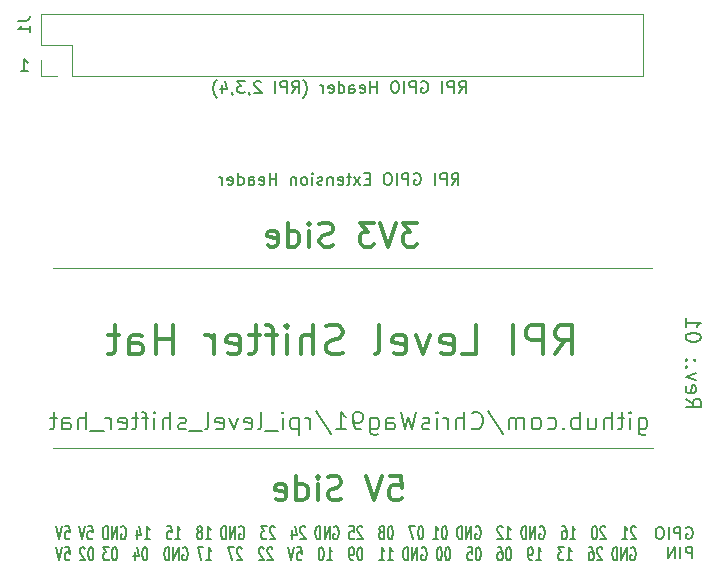
<source format=gbr>
G04 #@! TF.GenerationSoftware,KiCad,Pcbnew,5.1.6*
G04 #@! TF.CreationDate,2020-05-21T19:24:45+02:00*
G04 #@! TF.ProjectId,F010_rpi_logic_level_shifter_hat,46303130-5f72-4706-995f-6c6f6769635f,rev?*
G04 #@! TF.SameCoordinates,PXa52d280PY2b953a0*
G04 #@! TF.FileFunction,Legend,Bot*
G04 #@! TF.FilePolarity,Positive*
%FSLAX46Y46*%
G04 Gerber Fmt 4.6, Leading zero omitted, Abs format (unit mm)*
G04 Created by KiCad (PCBNEW 5.1.6) date 2020-05-21 19:24:45*
%MOMM*%
%LPD*%
G01*
G04 APERTURE LIST*
%ADD10C,0.150000*%
%ADD11C,0.300000*%
%ADD12C,0.120000*%
G04 APERTURE END LIST*
D10*
X-19155953Y-4602380D02*
X-18822620Y-4126190D01*
X-18584524Y-4602380D02*
X-18584524Y-3602380D01*
X-18965477Y-3602380D01*
X-19060715Y-3650000D01*
X-19108334Y-3697619D01*
X-19155953Y-3792857D01*
X-19155953Y-3935714D01*
X-19108334Y-4030952D01*
X-19060715Y-4078571D01*
X-18965477Y-4126190D01*
X-18584524Y-4126190D01*
X-19584524Y-4602380D02*
X-19584524Y-3602380D01*
X-19965477Y-3602380D01*
X-20060715Y-3650000D01*
X-20108334Y-3697619D01*
X-20155953Y-3792857D01*
X-20155953Y-3935714D01*
X-20108334Y-4030952D01*
X-20060715Y-4078571D01*
X-19965477Y-4126190D01*
X-19584524Y-4126190D01*
X-20584524Y-4602380D02*
X-20584524Y-3602380D01*
X-22346429Y-3650000D02*
X-22251191Y-3602380D01*
X-22108334Y-3602380D01*
X-21965477Y-3650000D01*
X-21870239Y-3745238D01*
X-21822620Y-3840476D01*
X-21775000Y-4030952D01*
X-21775000Y-4173809D01*
X-21822620Y-4364285D01*
X-21870239Y-4459523D01*
X-21965477Y-4554761D01*
X-22108334Y-4602380D01*
X-22203572Y-4602380D01*
X-22346429Y-4554761D01*
X-22394048Y-4507142D01*
X-22394048Y-4173809D01*
X-22203572Y-4173809D01*
X-22822620Y-4602380D02*
X-22822620Y-3602380D01*
X-23203572Y-3602380D01*
X-23298810Y-3650000D01*
X-23346429Y-3697619D01*
X-23394048Y-3792857D01*
X-23394048Y-3935714D01*
X-23346429Y-4030952D01*
X-23298810Y-4078571D01*
X-23203572Y-4126190D01*
X-22822620Y-4126190D01*
X-23822620Y-4602380D02*
X-23822620Y-3602380D01*
X-24489286Y-3602380D02*
X-24679762Y-3602380D01*
X-24775000Y-3650000D01*
X-24870239Y-3745238D01*
X-24917858Y-3935714D01*
X-24917858Y-4269047D01*
X-24870239Y-4459523D01*
X-24775000Y-4554761D01*
X-24679762Y-4602380D01*
X-24489286Y-4602380D01*
X-24394048Y-4554761D01*
X-24298810Y-4459523D01*
X-24251191Y-4269047D01*
X-24251191Y-3935714D01*
X-24298810Y-3745238D01*
X-24394048Y-3650000D01*
X-24489286Y-3602380D01*
X-26108334Y-4602380D02*
X-26108334Y-3602380D01*
X-26108334Y-4078571D02*
X-26679762Y-4078571D01*
X-26679762Y-4602380D02*
X-26679762Y-3602380D01*
X-27536905Y-4554761D02*
X-27441667Y-4602380D01*
X-27251191Y-4602380D01*
X-27155953Y-4554761D01*
X-27108334Y-4459523D01*
X-27108334Y-4078571D01*
X-27155953Y-3983333D01*
X-27251191Y-3935714D01*
X-27441667Y-3935714D01*
X-27536905Y-3983333D01*
X-27584524Y-4078571D01*
X-27584524Y-4173809D01*
X-27108334Y-4269047D01*
X-28441667Y-4602380D02*
X-28441667Y-4078571D01*
X-28394048Y-3983333D01*
X-28298810Y-3935714D01*
X-28108334Y-3935714D01*
X-28013096Y-3983333D01*
X-28441667Y-4554761D02*
X-28346429Y-4602380D01*
X-28108334Y-4602380D01*
X-28013096Y-4554761D01*
X-27965477Y-4459523D01*
X-27965477Y-4364285D01*
X-28013096Y-4269047D01*
X-28108334Y-4221428D01*
X-28346429Y-4221428D01*
X-28441667Y-4173809D01*
X-29346429Y-4602380D02*
X-29346429Y-3602380D01*
X-29346429Y-4554761D02*
X-29251191Y-4602380D01*
X-29060715Y-4602380D01*
X-28965477Y-4554761D01*
X-28917858Y-4507142D01*
X-28870239Y-4411904D01*
X-28870239Y-4126190D01*
X-28917858Y-4030952D01*
X-28965477Y-3983333D01*
X-29060715Y-3935714D01*
X-29251191Y-3935714D01*
X-29346429Y-3983333D01*
X-30203572Y-4554761D02*
X-30108334Y-4602380D01*
X-29917858Y-4602380D01*
X-29822620Y-4554761D01*
X-29775000Y-4459523D01*
X-29775000Y-4078571D01*
X-29822620Y-3983333D01*
X-29917858Y-3935714D01*
X-30108334Y-3935714D01*
X-30203572Y-3983333D01*
X-30251191Y-4078571D01*
X-30251191Y-4173809D01*
X-29775000Y-4269047D01*
X-30679762Y-4602380D02*
X-30679762Y-3935714D01*
X-30679762Y-4126190D02*
X-30727381Y-4030952D01*
X-30775000Y-3983333D01*
X-30870239Y-3935714D01*
X-30965477Y-3935714D01*
X-32346429Y-4983333D02*
X-32298810Y-4935714D01*
X-32203572Y-4792857D01*
X-32155953Y-4697619D01*
X-32108334Y-4554761D01*
X-32060715Y-4316666D01*
X-32060715Y-4126190D01*
X-32108334Y-3888095D01*
X-32155953Y-3745238D01*
X-32203572Y-3650000D01*
X-32298810Y-3507142D01*
X-32346429Y-3459523D01*
X-33298810Y-4602380D02*
X-32965477Y-4126190D01*
X-32727381Y-4602380D02*
X-32727381Y-3602380D01*
X-33108334Y-3602380D01*
X-33203572Y-3650000D01*
X-33251191Y-3697619D01*
X-33298810Y-3792857D01*
X-33298810Y-3935714D01*
X-33251191Y-4030952D01*
X-33203572Y-4078571D01*
X-33108334Y-4126190D01*
X-32727381Y-4126190D01*
X-33727381Y-4602380D02*
X-33727381Y-3602380D01*
X-34108334Y-3602380D01*
X-34203572Y-3650000D01*
X-34251191Y-3697619D01*
X-34298810Y-3792857D01*
X-34298810Y-3935714D01*
X-34251191Y-4030952D01*
X-34203572Y-4078571D01*
X-34108334Y-4126190D01*
X-33727381Y-4126190D01*
X-34727381Y-4602380D02*
X-34727381Y-3602380D01*
X-35917858Y-3697619D02*
X-35965477Y-3650000D01*
X-36060715Y-3602380D01*
X-36298810Y-3602380D01*
X-36394048Y-3650000D01*
X-36441667Y-3697619D01*
X-36489286Y-3792857D01*
X-36489286Y-3888095D01*
X-36441667Y-4030952D01*
X-35870239Y-4602380D01*
X-36489286Y-4602380D01*
X-36965477Y-4554761D02*
X-36965477Y-4602380D01*
X-36917858Y-4697619D01*
X-36870239Y-4745238D01*
X-37298810Y-3602380D02*
X-37917858Y-3602380D01*
X-37584524Y-3983333D01*
X-37727381Y-3983333D01*
X-37822620Y-4030952D01*
X-37870239Y-4078571D01*
X-37917858Y-4173809D01*
X-37917858Y-4411904D01*
X-37870239Y-4507142D01*
X-37822620Y-4554761D01*
X-37727381Y-4602380D01*
X-37441667Y-4602380D01*
X-37346429Y-4554761D01*
X-37298810Y-4507142D01*
X-38394048Y-4554761D02*
X-38394048Y-4602380D01*
X-38346429Y-4697619D01*
X-38298810Y-4745238D01*
X-39251191Y-3935714D02*
X-39251191Y-4602380D01*
X-39013096Y-3554761D02*
X-38775000Y-4269047D01*
X-39394048Y-4269047D01*
X-39679762Y-4983333D02*
X-39727381Y-4935714D01*
X-39822620Y-4792857D01*
X-39870239Y-4697619D01*
X-39917858Y-4554761D01*
X-39965477Y-4316666D01*
X-39965477Y-4126190D01*
X-39917858Y-3888095D01*
X-39870239Y-3745238D01*
X-39822620Y-3650000D01*
X-39727381Y-3507142D01*
X-39679762Y-3459523D01*
X-3950000Y-32078571D02*
X-3950000Y-33292857D01*
X-3878572Y-33435714D01*
X-3807143Y-33507142D01*
X-3664286Y-33578571D01*
X-3450000Y-33578571D01*
X-3307143Y-33507142D01*
X-3950000Y-33007142D02*
X-3807143Y-33078571D01*
X-3521429Y-33078571D01*
X-3378572Y-33007142D01*
X-3307143Y-32935714D01*
X-3235715Y-32792857D01*
X-3235715Y-32364285D01*
X-3307143Y-32221428D01*
X-3378572Y-32150000D01*
X-3521429Y-32078571D01*
X-3807143Y-32078571D01*
X-3950000Y-32150000D01*
X-4664286Y-33078571D02*
X-4664286Y-32078571D01*
X-4664286Y-31578571D02*
X-4592858Y-31650000D01*
X-4664286Y-31721428D01*
X-4735715Y-31650000D01*
X-4664286Y-31578571D01*
X-4664286Y-31721428D01*
X-5164286Y-32078571D02*
X-5735715Y-32078571D01*
X-5378572Y-31578571D02*
X-5378572Y-32864285D01*
X-5450000Y-33007142D01*
X-5592858Y-33078571D01*
X-5735715Y-33078571D01*
X-6235715Y-33078571D02*
X-6235715Y-31578571D01*
X-6878572Y-33078571D02*
X-6878572Y-32292857D01*
X-6807143Y-32150000D01*
X-6664286Y-32078571D01*
X-6450000Y-32078571D01*
X-6307143Y-32150000D01*
X-6235715Y-32221428D01*
X-8235715Y-32078571D02*
X-8235715Y-33078571D01*
X-7592858Y-32078571D02*
X-7592858Y-32864285D01*
X-7664286Y-33007142D01*
X-7807143Y-33078571D01*
X-8021429Y-33078571D01*
X-8164286Y-33007142D01*
X-8235715Y-32935714D01*
X-8950000Y-33078571D02*
X-8950000Y-31578571D01*
X-8950000Y-32150000D02*
X-9092858Y-32078571D01*
X-9378572Y-32078571D01*
X-9521429Y-32150000D01*
X-9592858Y-32221428D01*
X-9664286Y-32364285D01*
X-9664286Y-32792857D01*
X-9592858Y-32935714D01*
X-9521429Y-33007142D01*
X-9378572Y-33078571D01*
X-9092858Y-33078571D01*
X-8950000Y-33007142D01*
X-10307143Y-32935714D02*
X-10378572Y-33007142D01*
X-10307143Y-33078571D01*
X-10235715Y-33007142D01*
X-10307143Y-32935714D01*
X-10307143Y-33078571D01*
X-11664286Y-33007142D02*
X-11521429Y-33078571D01*
X-11235715Y-33078571D01*
X-11092858Y-33007142D01*
X-11021429Y-32935714D01*
X-10950000Y-32792857D01*
X-10950000Y-32364285D01*
X-11021429Y-32221428D01*
X-11092858Y-32150000D01*
X-11235715Y-32078571D01*
X-11521429Y-32078571D01*
X-11664286Y-32150000D01*
X-12521429Y-33078571D02*
X-12378572Y-33007142D01*
X-12307143Y-32935714D01*
X-12235715Y-32792857D01*
X-12235715Y-32364285D01*
X-12307143Y-32221428D01*
X-12378572Y-32150000D01*
X-12521429Y-32078571D01*
X-12735715Y-32078571D01*
X-12878572Y-32150000D01*
X-12950000Y-32221428D01*
X-13021429Y-32364285D01*
X-13021429Y-32792857D01*
X-12950000Y-32935714D01*
X-12878572Y-33007142D01*
X-12735715Y-33078571D01*
X-12521429Y-33078571D01*
X-13664286Y-33078571D02*
X-13664286Y-32078571D01*
X-13664286Y-32221428D02*
X-13735715Y-32150000D01*
X-13878572Y-32078571D01*
X-14092858Y-32078571D01*
X-14235715Y-32150000D01*
X-14307143Y-32292857D01*
X-14307143Y-33078571D01*
X-14307143Y-32292857D02*
X-14378572Y-32150000D01*
X-14521429Y-32078571D01*
X-14735715Y-32078571D01*
X-14878572Y-32150000D01*
X-14950000Y-32292857D01*
X-14950000Y-33078571D01*
X-16735715Y-31507142D02*
X-15450000Y-33435714D01*
X-18092858Y-32935714D02*
X-18021429Y-33007142D01*
X-17807143Y-33078571D01*
X-17664286Y-33078571D01*
X-17450000Y-33007142D01*
X-17307143Y-32864285D01*
X-17235715Y-32721428D01*
X-17164286Y-32435714D01*
X-17164286Y-32221428D01*
X-17235715Y-31935714D01*
X-17307143Y-31792857D01*
X-17450000Y-31650000D01*
X-17664286Y-31578571D01*
X-17807143Y-31578571D01*
X-18021429Y-31650000D01*
X-18092858Y-31721428D01*
X-18735715Y-33078571D02*
X-18735715Y-31578571D01*
X-19378572Y-33078571D02*
X-19378572Y-32292857D01*
X-19307143Y-32150000D01*
X-19164286Y-32078571D01*
X-18950000Y-32078571D01*
X-18807143Y-32150000D01*
X-18735715Y-32221428D01*
X-20092858Y-33078571D02*
X-20092858Y-32078571D01*
X-20092858Y-32364285D02*
X-20164286Y-32221428D01*
X-20235715Y-32150000D01*
X-20378572Y-32078571D01*
X-20521429Y-32078571D01*
X-21021429Y-33078571D02*
X-21021429Y-32078571D01*
X-21021429Y-31578571D02*
X-20950000Y-31650000D01*
X-21021429Y-31721428D01*
X-21092858Y-31650000D01*
X-21021429Y-31578571D01*
X-21021429Y-31721428D01*
X-21664286Y-33007142D02*
X-21807143Y-33078571D01*
X-22092858Y-33078571D01*
X-22235715Y-33007142D01*
X-22307143Y-32864285D01*
X-22307143Y-32792857D01*
X-22235715Y-32650000D01*
X-22092858Y-32578571D01*
X-21878572Y-32578571D01*
X-21735715Y-32507142D01*
X-21664286Y-32364285D01*
X-21664286Y-32292857D01*
X-21735715Y-32150000D01*
X-21878572Y-32078571D01*
X-22092858Y-32078571D01*
X-22235715Y-32150000D01*
X-22807143Y-31578571D02*
X-23164286Y-33078571D01*
X-23450000Y-32007142D01*
X-23735715Y-33078571D01*
X-24092858Y-31578571D01*
X-25307143Y-33078571D02*
X-25307143Y-32292857D01*
X-25235715Y-32150000D01*
X-25092858Y-32078571D01*
X-24807143Y-32078571D01*
X-24664286Y-32150000D01*
X-25307143Y-33007142D02*
X-25164286Y-33078571D01*
X-24807143Y-33078571D01*
X-24664286Y-33007142D01*
X-24592858Y-32864285D01*
X-24592858Y-32721428D01*
X-24664286Y-32578571D01*
X-24807143Y-32507142D01*
X-25164286Y-32507142D01*
X-25307143Y-32435714D01*
X-26664286Y-32078571D02*
X-26664286Y-33292857D01*
X-26592858Y-33435714D01*
X-26521429Y-33507142D01*
X-26378572Y-33578571D01*
X-26164286Y-33578571D01*
X-26021429Y-33507142D01*
X-26664286Y-33007142D02*
X-26521429Y-33078571D01*
X-26235715Y-33078571D01*
X-26092858Y-33007142D01*
X-26021429Y-32935714D01*
X-25950000Y-32792857D01*
X-25950000Y-32364285D01*
X-26021429Y-32221428D01*
X-26092858Y-32150000D01*
X-26235715Y-32078571D01*
X-26521429Y-32078571D01*
X-26664286Y-32150000D01*
X-27450000Y-33078571D02*
X-27735715Y-33078571D01*
X-27878572Y-33007142D01*
X-27950000Y-32935714D01*
X-28092858Y-32721428D01*
X-28164286Y-32435714D01*
X-28164286Y-31864285D01*
X-28092858Y-31721428D01*
X-28021429Y-31650000D01*
X-27878572Y-31578571D01*
X-27592858Y-31578571D01*
X-27450000Y-31650000D01*
X-27378572Y-31721428D01*
X-27307143Y-31864285D01*
X-27307143Y-32221428D01*
X-27378572Y-32364285D01*
X-27450000Y-32435714D01*
X-27592858Y-32507142D01*
X-27878572Y-32507142D01*
X-28021429Y-32435714D01*
X-28092858Y-32364285D01*
X-28164286Y-32221428D01*
X-29592858Y-33078571D02*
X-28735715Y-33078571D01*
X-29164286Y-33078571D02*
X-29164286Y-31578571D01*
X-29021429Y-31792857D01*
X-28878572Y-31935714D01*
X-28735715Y-32007142D01*
X-31307143Y-31507142D02*
X-30021429Y-33435714D01*
X-31807143Y-33078571D02*
X-31807143Y-32078571D01*
X-31807143Y-32364285D02*
X-31878572Y-32221428D01*
X-31950000Y-32150000D01*
X-32092858Y-32078571D01*
X-32235715Y-32078571D01*
X-32735715Y-32078571D02*
X-32735715Y-33578571D01*
X-32735715Y-32150000D02*
X-32878572Y-32078571D01*
X-33164286Y-32078571D01*
X-33307143Y-32150000D01*
X-33378572Y-32221428D01*
X-33450000Y-32364285D01*
X-33450000Y-32792857D01*
X-33378572Y-32935714D01*
X-33307143Y-33007142D01*
X-33164286Y-33078571D01*
X-32878572Y-33078571D01*
X-32735715Y-33007142D01*
X-34092858Y-33078571D02*
X-34092858Y-32078571D01*
X-34092858Y-31578571D02*
X-34021429Y-31650000D01*
X-34092858Y-31721428D01*
X-34164286Y-31650000D01*
X-34092858Y-31578571D01*
X-34092858Y-31721428D01*
X-34450000Y-33221428D02*
X-35592858Y-33221428D01*
X-36164286Y-33078571D02*
X-36021429Y-33007142D01*
X-35950000Y-32864285D01*
X-35950000Y-31578571D01*
X-37307143Y-33007142D02*
X-37164286Y-33078571D01*
X-36878572Y-33078571D01*
X-36735715Y-33007142D01*
X-36664286Y-32864285D01*
X-36664286Y-32292857D01*
X-36735715Y-32150000D01*
X-36878572Y-32078571D01*
X-37164286Y-32078571D01*
X-37307143Y-32150000D01*
X-37378572Y-32292857D01*
X-37378572Y-32435714D01*
X-36664286Y-32578571D01*
X-37878572Y-32078571D02*
X-38235715Y-33078571D01*
X-38592858Y-32078571D01*
X-39735715Y-33007142D02*
X-39592858Y-33078571D01*
X-39307143Y-33078571D01*
X-39164286Y-33007142D01*
X-39092858Y-32864285D01*
X-39092858Y-32292857D01*
X-39164286Y-32150000D01*
X-39307143Y-32078571D01*
X-39592858Y-32078571D01*
X-39735715Y-32150000D01*
X-39807143Y-32292857D01*
X-39807143Y-32435714D01*
X-39092858Y-32578571D01*
X-40664286Y-33078571D02*
X-40521429Y-33007142D01*
X-40450001Y-32864285D01*
X-40450001Y-31578571D01*
X-40878572Y-33221428D02*
X-42021429Y-33221428D01*
X-42307143Y-33007142D02*
X-42450001Y-33078571D01*
X-42735715Y-33078571D01*
X-42878572Y-33007142D01*
X-42950001Y-32864285D01*
X-42950001Y-32792857D01*
X-42878572Y-32650000D01*
X-42735715Y-32578571D01*
X-42521429Y-32578571D01*
X-42378572Y-32507142D01*
X-42307143Y-32364285D01*
X-42307143Y-32292857D01*
X-42378572Y-32150000D01*
X-42521429Y-32078571D01*
X-42735715Y-32078571D01*
X-42878572Y-32150000D01*
X-43592858Y-33078571D02*
X-43592858Y-31578571D01*
X-44235715Y-33078571D02*
X-44235715Y-32292857D01*
X-44164286Y-32150000D01*
X-44021429Y-32078571D01*
X-43807143Y-32078571D01*
X-43664286Y-32150000D01*
X-43592858Y-32221428D01*
X-44950001Y-33078571D02*
X-44950001Y-32078571D01*
X-44950001Y-31578571D02*
X-44878572Y-31650000D01*
X-44950001Y-31721428D01*
X-45021429Y-31650000D01*
X-44950001Y-31578571D01*
X-44950001Y-31721428D01*
X-45450001Y-32078571D02*
X-46021429Y-32078571D01*
X-45664286Y-33078571D02*
X-45664286Y-31792857D01*
X-45735715Y-31650000D01*
X-45878572Y-31578571D01*
X-46021429Y-31578571D01*
X-46307143Y-32078571D02*
X-46878572Y-32078571D01*
X-46521429Y-31578571D02*
X-46521429Y-32864285D01*
X-46592858Y-33007142D01*
X-46735715Y-33078571D01*
X-46878572Y-33078571D01*
X-47950001Y-33007142D02*
X-47807143Y-33078571D01*
X-47521429Y-33078571D01*
X-47378572Y-33007142D01*
X-47307143Y-32864285D01*
X-47307143Y-32292857D01*
X-47378572Y-32150000D01*
X-47521429Y-32078571D01*
X-47807143Y-32078571D01*
X-47950001Y-32150000D01*
X-48021429Y-32292857D01*
X-48021429Y-32435714D01*
X-47307143Y-32578571D01*
X-48664286Y-33078571D02*
X-48664286Y-32078571D01*
X-48664286Y-32364285D02*
X-48735715Y-32221428D01*
X-48807143Y-32150000D01*
X-48950001Y-32078571D01*
X-49092858Y-32078571D01*
X-49235715Y-33221428D02*
X-50378572Y-33221428D01*
X-50735715Y-33078571D02*
X-50735715Y-31578571D01*
X-51378572Y-33078571D02*
X-51378572Y-32292857D01*
X-51307143Y-32150000D01*
X-51164286Y-32078571D01*
X-50950001Y-32078571D01*
X-50807143Y-32150000D01*
X-50735715Y-32221428D01*
X-52735715Y-33078571D02*
X-52735715Y-32292857D01*
X-52664286Y-32150000D01*
X-52521429Y-32078571D01*
X-52235715Y-32078571D01*
X-52092858Y-32150000D01*
X-52735715Y-33007142D02*
X-52592858Y-33078571D01*
X-52235715Y-33078571D01*
X-52092858Y-33007142D01*
X-52021429Y-32864285D01*
X-52021429Y-32721428D01*
X-52092858Y-32578571D01*
X-52235715Y-32507142D01*
X-52592858Y-32507142D01*
X-52735715Y-32435714D01*
X-53235715Y-32078571D02*
X-53807143Y-32078571D01*
X-53450001Y-31578571D02*
X-53450001Y-32864285D01*
X-53521429Y-33007142D01*
X-53664286Y-33078571D01*
X-53807143Y-33078571D01*
D11*
X-11014286Y-26730952D02*
X-10180953Y-25540476D01*
X-9585715Y-26730952D02*
X-9585715Y-24230952D01*
X-10538096Y-24230952D01*
X-10776191Y-24350000D01*
X-10895239Y-24469047D01*
X-11014286Y-24707142D01*
X-11014286Y-25064285D01*
X-10895239Y-25302380D01*
X-10776191Y-25421428D01*
X-10538096Y-25540476D01*
X-9585715Y-25540476D01*
X-12085715Y-26730952D02*
X-12085715Y-24230952D01*
X-13038096Y-24230952D01*
X-13276191Y-24350000D01*
X-13395239Y-24469047D01*
X-13514286Y-24707142D01*
X-13514286Y-25064285D01*
X-13395239Y-25302380D01*
X-13276191Y-25421428D01*
X-13038096Y-25540476D01*
X-12085715Y-25540476D01*
X-14585715Y-26730952D02*
X-14585715Y-24230952D01*
X-18871429Y-26730952D02*
X-17680953Y-26730952D01*
X-17680953Y-24230952D01*
X-20657143Y-26611904D02*
X-20419048Y-26730952D01*
X-19942858Y-26730952D01*
X-19704762Y-26611904D01*
X-19585715Y-26373809D01*
X-19585715Y-25421428D01*
X-19704762Y-25183333D01*
X-19942858Y-25064285D01*
X-20419048Y-25064285D01*
X-20657143Y-25183333D01*
X-20776191Y-25421428D01*
X-20776191Y-25659523D01*
X-19585715Y-25897619D01*
X-21609524Y-25064285D02*
X-22204762Y-26730952D01*
X-22800000Y-25064285D01*
X-24704762Y-26611904D02*
X-24466667Y-26730952D01*
X-23990477Y-26730952D01*
X-23752381Y-26611904D01*
X-23633334Y-26373809D01*
X-23633334Y-25421428D01*
X-23752381Y-25183333D01*
X-23990477Y-25064285D01*
X-24466667Y-25064285D01*
X-24704762Y-25183333D01*
X-24823810Y-25421428D01*
X-24823810Y-25659523D01*
X-23633334Y-25897619D01*
X-26252381Y-26730952D02*
X-26014286Y-26611904D01*
X-25895239Y-26373809D01*
X-25895239Y-24230952D01*
X-28990477Y-26611904D02*
X-29347620Y-26730952D01*
X-29942858Y-26730952D01*
X-30180953Y-26611904D01*
X-30300000Y-26492857D01*
X-30419048Y-26254761D01*
X-30419048Y-26016666D01*
X-30300000Y-25778571D01*
X-30180953Y-25659523D01*
X-29942858Y-25540476D01*
X-29466667Y-25421428D01*
X-29228572Y-25302380D01*
X-29109524Y-25183333D01*
X-28990477Y-24945238D01*
X-28990477Y-24707142D01*
X-29109524Y-24469047D01*
X-29228572Y-24350000D01*
X-29466667Y-24230952D01*
X-30061905Y-24230952D01*
X-30419048Y-24350000D01*
X-31490477Y-26730952D02*
X-31490477Y-24230952D01*
X-32561905Y-26730952D02*
X-32561905Y-25421428D01*
X-32442858Y-25183333D01*
X-32204762Y-25064285D01*
X-31847620Y-25064285D01*
X-31609524Y-25183333D01*
X-31490477Y-25302380D01*
X-33752381Y-26730952D02*
X-33752381Y-25064285D01*
X-33752381Y-24230952D02*
X-33633334Y-24350000D01*
X-33752381Y-24469047D01*
X-33871429Y-24350000D01*
X-33752381Y-24230952D01*
X-33752381Y-24469047D01*
X-34585715Y-25064285D02*
X-35538096Y-25064285D01*
X-34942858Y-26730952D02*
X-34942858Y-24588095D01*
X-35061905Y-24350000D01*
X-35300000Y-24230952D01*
X-35538096Y-24230952D01*
X-36014286Y-25064285D02*
X-36966667Y-25064285D01*
X-36371429Y-24230952D02*
X-36371429Y-26373809D01*
X-36490477Y-26611904D01*
X-36728572Y-26730952D01*
X-36966667Y-26730952D01*
X-38752381Y-26611904D02*
X-38514286Y-26730952D01*
X-38038096Y-26730952D01*
X-37800000Y-26611904D01*
X-37680953Y-26373809D01*
X-37680953Y-25421428D01*
X-37800000Y-25183333D01*
X-38038096Y-25064285D01*
X-38514286Y-25064285D01*
X-38752381Y-25183333D01*
X-38871429Y-25421428D01*
X-38871429Y-25659523D01*
X-37680953Y-25897619D01*
X-39942858Y-26730952D02*
X-39942858Y-25064285D01*
X-39942858Y-25540476D02*
X-40061905Y-25302380D01*
X-40180953Y-25183333D01*
X-40419048Y-25064285D01*
X-40657143Y-25064285D01*
X-43395239Y-26730952D02*
X-43395239Y-24230952D01*
X-43395239Y-25421428D02*
X-44823810Y-25421428D01*
X-44823810Y-26730952D02*
X-44823810Y-24230952D01*
X-47085715Y-26730952D02*
X-47085715Y-25421428D01*
X-46966667Y-25183333D01*
X-46728572Y-25064285D01*
X-46252381Y-25064285D01*
X-46014286Y-25183333D01*
X-47085715Y-26611904D02*
X-46847620Y-26730952D01*
X-46252381Y-26730952D01*
X-46014286Y-26611904D01*
X-45895239Y-26373809D01*
X-45895239Y-26135714D01*
X-46014286Y-25897619D01*
X-46252381Y-25778571D01*
X-46847620Y-25778571D01*
X-47085715Y-25659523D01*
X-47919048Y-25064285D02*
X-48871429Y-25064285D01*
X-48276191Y-24230952D02*
X-48276191Y-26373809D01*
X-48395239Y-26611904D01*
X-48633334Y-26730952D01*
X-48871429Y-26730952D01*
D12*
X-2725000Y-34675000D02*
X-53500000Y-34675000D01*
D11*
X-25016667Y-37054761D02*
X-24064286Y-37054761D01*
X-23969048Y-38007142D01*
X-24064286Y-37911904D01*
X-24254762Y-37816666D01*
X-24730953Y-37816666D01*
X-24921429Y-37911904D01*
X-25016667Y-38007142D01*
X-25111905Y-38197619D01*
X-25111905Y-38673809D01*
X-25016667Y-38864285D01*
X-24921429Y-38959523D01*
X-24730953Y-39054761D01*
X-24254762Y-39054761D01*
X-24064286Y-38959523D01*
X-23969048Y-38864285D01*
X-25683334Y-37054761D02*
X-26350000Y-39054761D01*
X-27016667Y-37054761D01*
X-29111905Y-38959523D02*
X-29397620Y-39054761D01*
X-29873810Y-39054761D01*
X-30064286Y-38959523D01*
X-30159524Y-38864285D01*
X-30254762Y-38673809D01*
X-30254762Y-38483333D01*
X-30159524Y-38292857D01*
X-30064286Y-38197619D01*
X-29873810Y-38102380D01*
X-29492858Y-38007142D01*
X-29302381Y-37911904D01*
X-29207143Y-37816666D01*
X-29111905Y-37626190D01*
X-29111905Y-37435714D01*
X-29207143Y-37245238D01*
X-29302381Y-37150000D01*
X-29492858Y-37054761D01*
X-29969048Y-37054761D01*
X-30254762Y-37150000D01*
X-31111905Y-39054761D02*
X-31111905Y-37721428D01*
X-31111905Y-37054761D02*
X-31016667Y-37150000D01*
X-31111905Y-37245238D01*
X-31207143Y-37150000D01*
X-31111905Y-37054761D01*
X-31111905Y-37245238D01*
X-32921429Y-39054761D02*
X-32921429Y-37054761D01*
X-32921429Y-38959523D02*
X-32730953Y-39054761D01*
X-32350000Y-39054761D01*
X-32159524Y-38959523D01*
X-32064286Y-38864285D01*
X-31969048Y-38673809D01*
X-31969048Y-38102380D01*
X-32064286Y-37911904D01*
X-32159524Y-37816666D01*
X-32350000Y-37721428D01*
X-32730953Y-37721428D01*
X-32921429Y-37816666D01*
X-34635715Y-38959523D02*
X-34445239Y-39054761D01*
X-34064286Y-39054761D01*
X-33873810Y-38959523D01*
X-33778572Y-38769047D01*
X-33778572Y-38007142D01*
X-33873810Y-37816666D01*
X-34064286Y-37721428D01*
X-34445239Y-37721428D01*
X-34635715Y-37816666D01*
X-34730953Y-38007142D01*
X-34730953Y-38197619D01*
X-33778572Y-38388095D01*
D12*
X-2800000Y-19400000D02*
X-53575000Y-19400000D01*
D10*
X-19775000Y-12377380D02*
X-19441667Y-11901190D01*
X-19203572Y-12377380D02*
X-19203572Y-11377380D01*
X-19584524Y-11377380D01*
X-19679762Y-11425000D01*
X-19727381Y-11472619D01*
X-19775000Y-11567857D01*
X-19775000Y-11710714D01*
X-19727381Y-11805952D01*
X-19679762Y-11853571D01*
X-19584524Y-11901190D01*
X-19203572Y-11901190D01*
X-20203572Y-12377380D02*
X-20203572Y-11377380D01*
X-20584524Y-11377380D01*
X-20679762Y-11425000D01*
X-20727381Y-11472619D01*
X-20775000Y-11567857D01*
X-20775000Y-11710714D01*
X-20727381Y-11805952D01*
X-20679762Y-11853571D01*
X-20584524Y-11901190D01*
X-20203572Y-11901190D01*
X-21203572Y-12377380D02*
X-21203572Y-11377380D01*
X-22965477Y-11425000D02*
X-22870239Y-11377380D01*
X-22727381Y-11377380D01*
X-22584524Y-11425000D01*
X-22489286Y-11520238D01*
X-22441667Y-11615476D01*
X-22394048Y-11805952D01*
X-22394048Y-11948809D01*
X-22441667Y-12139285D01*
X-22489286Y-12234523D01*
X-22584524Y-12329761D01*
X-22727381Y-12377380D01*
X-22822620Y-12377380D01*
X-22965477Y-12329761D01*
X-23013096Y-12282142D01*
X-23013096Y-11948809D01*
X-22822620Y-11948809D01*
X-23441667Y-12377380D02*
X-23441667Y-11377380D01*
X-23822620Y-11377380D01*
X-23917858Y-11425000D01*
X-23965477Y-11472619D01*
X-24013096Y-11567857D01*
X-24013096Y-11710714D01*
X-23965477Y-11805952D01*
X-23917858Y-11853571D01*
X-23822620Y-11901190D01*
X-23441667Y-11901190D01*
X-24441667Y-12377380D02*
X-24441667Y-11377380D01*
X-25108334Y-11377380D02*
X-25298810Y-11377380D01*
X-25394048Y-11425000D01*
X-25489286Y-11520238D01*
X-25536905Y-11710714D01*
X-25536905Y-12044047D01*
X-25489286Y-12234523D01*
X-25394048Y-12329761D01*
X-25298810Y-12377380D01*
X-25108334Y-12377380D01*
X-25013096Y-12329761D01*
X-24917858Y-12234523D01*
X-24870239Y-12044047D01*
X-24870239Y-11710714D01*
X-24917858Y-11520238D01*
X-25013096Y-11425000D01*
X-25108334Y-11377380D01*
X-26727381Y-11853571D02*
X-27060715Y-11853571D01*
X-27203572Y-12377380D02*
X-26727381Y-12377380D01*
X-26727381Y-11377380D01*
X-27203572Y-11377380D01*
X-27536905Y-12377380D02*
X-28060715Y-11710714D01*
X-27536905Y-11710714D02*
X-28060715Y-12377380D01*
X-28298810Y-11710714D02*
X-28679762Y-11710714D01*
X-28441667Y-11377380D02*
X-28441667Y-12234523D01*
X-28489286Y-12329761D01*
X-28584524Y-12377380D01*
X-28679762Y-12377380D01*
X-29394048Y-12329761D02*
X-29298810Y-12377380D01*
X-29108334Y-12377380D01*
X-29013096Y-12329761D01*
X-28965477Y-12234523D01*
X-28965477Y-11853571D01*
X-29013096Y-11758333D01*
X-29108334Y-11710714D01*
X-29298810Y-11710714D01*
X-29394048Y-11758333D01*
X-29441667Y-11853571D01*
X-29441667Y-11948809D01*
X-28965477Y-12044047D01*
X-29870239Y-11710714D02*
X-29870239Y-12377380D01*
X-29870239Y-11805952D02*
X-29917858Y-11758333D01*
X-30013096Y-11710714D01*
X-30155953Y-11710714D01*
X-30251191Y-11758333D01*
X-30298810Y-11853571D01*
X-30298810Y-12377380D01*
X-30727381Y-12329761D02*
X-30822620Y-12377380D01*
X-31013096Y-12377380D01*
X-31108334Y-12329761D01*
X-31155953Y-12234523D01*
X-31155953Y-12186904D01*
X-31108334Y-12091666D01*
X-31013096Y-12044047D01*
X-30870239Y-12044047D01*
X-30775000Y-11996428D01*
X-30727381Y-11901190D01*
X-30727381Y-11853571D01*
X-30775000Y-11758333D01*
X-30870239Y-11710714D01*
X-31013096Y-11710714D01*
X-31108334Y-11758333D01*
X-31584524Y-12377380D02*
X-31584524Y-11710714D01*
X-31584524Y-11377380D02*
X-31536905Y-11425000D01*
X-31584524Y-11472619D01*
X-31632143Y-11425000D01*
X-31584524Y-11377380D01*
X-31584524Y-11472619D01*
X-32203572Y-12377380D02*
X-32108334Y-12329761D01*
X-32060715Y-12282142D01*
X-32013096Y-12186904D01*
X-32013096Y-11901190D01*
X-32060715Y-11805952D01*
X-32108334Y-11758333D01*
X-32203572Y-11710714D01*
X-32346429Y-11710714D01*
X-32441667Y-11758333D01*
X-32489286Y-11805952D01*
X-32536905Y-11901190D01*
X-32536905Y-12186904D01*
X-32489286Y-12282142D01*
X-32441667Y-12329761D01*
X-32346429Y-12377380D01*
X-32203572Y-12377380D01*
X-32965477Y-11710714D02*
X-32965477Y-12377380D01*
X-32965477Y-11805952D02*
X-33013096Y-11758333D01*
X-33108334Y-11710714D01*
X-33251191Y-11710714D01*
X-33346429Y-11758333D01*
X-33394048Y-11853571D01*
X-33394048Y-12377380D01*
X-34632143Y-12377380D02*
X-34632143Y-11377380D01*
X-34632143Y-11853571D02*
X-35203572Y-11853571D01*
X-35203572Y-12377380D02*
X-35203572Y-11377380D01*
X-36060715Y-12329761D02*
X-35965477Y-12377380D01*
X-35775000Y-12377380D01*
X-35679762Y-12329761D01*
X-35632143Y-12234523D01*
X-35632143Y-11853571D01*
X-35679762Y-11758333D01*
X-35775000Y-11710714D01*
X-35965477Y-11710714D01*
X-36060715Y-11758333D01*
X-36108334Y-11853571D01*
X-36108334Y-11948809D01*
X-35632143Y-12044047D01*
X-36965477Y-12377380D02*
X-36965477Y-11853571D01*
X-36917858Y-11758333D01*
X-36822620Y-11710714D01*
X-36632143Y-11710714D01*
X-36536905Y-11758333D01*
X-36965477Y-12329761D02*
X-36870239Y-12377380D01*
X-36632143Y-12377380D01*
X-36536905Y-12329761D01*
X-36489286Y-12234523D01*
X-36489286Y-12139285D01*
X-36536905Y-12044047D01*
X-36632143Y-11996428D01*
X-36870239Y-11996428D01*
X-36965477Y-11948809D01*
X-37870239Y-12377380D02*
X-37870239Y-11377380D01*
X-37870239Y-12329761D02*
X-37775000Y-12377380D01*
X-37584524Y-12377380D01*
X-37489286Y-12329761D01*
X-37441667Y-12282142D01*
X-37394048Y-12186904D01*
X-37394048Y-11901190D01*
X-37441667Y-11805952D01*
X-37489286Y-11758333D01*
X-37584524Y-11710714D01*
X-37775000Y-11710714D01*
X-37870239Y-11758333D01*
X-38727381Y-12329761D02*
X-38632143Y-12377380D01*
X-38441667Y-12377380D01*
X-38346429Y-12329761D01*
X-38298810Y-12234523D01*
X-38298810Y-11853571D01*
X-38346429Y-11758333D01*
X-38441667Y-11710714D01*
X-38632143Y-11710714D01*
X-38727381Y-11758333D01*
X-38775000Y-11853571D01*
X-38775000Y-11948809D01*
X-38298810Y-12044047D01*
X-39203572Y-12377380D02*
X-39203572Y-11710714D01*
X-39203572Y-11901190D02*
X-39251191Y-11805952D01*
X-39298810Y-11758333D01*
X-39394048Y-11710714D01*
X-39489286Y-11710714D01*
D11*
X-22696429Y-15604761D02*
X-23934524Y-15604761D01*
X-23267858Y-16366666D01*
X-23553572Y-16366666D01*
X-23744048Y-16461904D01*
X-23839286Y-16557142D01*
X-23934524Y-16747619D01*
X-23934524Y-17223809D01*
X-23839286Y-17414285D01*
X-23744048Y-17509523D01*
X-23553572Y-17604761D01*
X-22982143Y-17604761D01*
X-22791667Y-17509523D01*
X-22696429Y-17414285D01*
X-24505953Y-15604761D02*
X-25172620Y-17604761D01*
X-25839286Y-15604761D01*
X-26315477Y-15604761D02*
X-27553572Y-15604761D01*
X-26886905Y-16366666D01*
X-27172620Y-16366666D01*
X-27363096Y-16461904D01*
X-27458334Y-16557142D01*
X-27553572Y-16747619D01*
X-27553572Y-17223809D01*
X-27458334Y-17414285D01*
X-27363096Y-17509523D01*
X-27172620Y-17604761D01*
X-26601191Y-17604761D01*
X-26410715Y-17509523D01*
X-26315477Y-17414285D01*
X-29839286Y-17509523D02*
X-30125000Y-17604761D01*
X-30601191Y-17604761D01*
X-30791667Y-17509523D01*
X-30886905Y-17414285D01*
X-30982143Y-17223809D01*
X-30982143Y-17033333D01*
X-30886905Y-16842857D01*
X-30791667Y-16747619D01*
X-30601191Y-16652380D01*
X-30220239Y-16557142D01*
X-30029762Y-16461904D01*
X-29934524Y-16366666D01*
X-29839286Y-16176190D01*
X-29839286Y-15985714D01*
X-29934524Y-15795238D01*
X-30029762Y-15700000D01*
X-30220239Y-15604761D01*
X-30696429Y-15604761D01*
X-30982143Y-15700000D01*
X-31839286Y-17604761D02*
X-31839286Y-16271428D01*
X-31839286Y-15604761D02*
X-31744048Y-15700000D01*
X-31839286Y-15795238D01*
X-31934524Y-15700000D01*
X-31839286Y-15604761D01*
X-31839286Y-15795238D01*
X-33648810Y-17604761D02*
X-33648810Y-15604761D01*
X-33648810Y-17509523D02*
X-33458334Y-17604761D01*
X-33077381Y-17604761D01*
X-32886905Y-17509523D01*
X-32791667Y-17414285D01*
X-32696429Y-17223809D01*
X-32696429Y-16652380D01*
X-32791667Y-16461904D01*
X-32886905Y-16366666D01*
X-33077381Y-16271428D01*
X-33458334Y-16271428D01*
X-33648810Y-16366666D01*
X-35363096Y-17509523D02*
X-35172620Y-17604761D01*
X-34791667Y-17604761D01*
X-34601191Y-17509523D01*
X-34505953Y-17319047D01*
X-34505953Y-16557142D01*
X-34601191Y-16366666D01*
X-34791667Y-16271428D01*
X-35172620Y-16271428D01*
X-35363096Y-16366666D01*
X-35458334Y-16557142D01*
X-35458334Y-16747619D01*
X-34505953Y-16938095D01*
D10*
X-4190358Y-41377380D02*
X-4226072Y-41325000D01*
X-4297500Y-41272619D01*
X-4476072Y-41272619D01*
X-4547500Y-41325000D01*
X-4583215Y-41377380D01*
X-4618929Y-41482142D01*
X-4618929Y-41586904D01*
X-4583215Y-41744047D01*
X-4154643Y-42372619D01*
X-4618929Y-42372619D01*
X-5333215Y-42372619D02*
X-4904643Y-42372619D01*
X-5118929Y-42372619D02*
X-5118929Y-41272619D01*
X-5047500Y-41429761D01*
X-4976072Y-41534523D01*
X-4904643Y-41586904D01*
X-6761786Y-41377380D02*
X-6797500Y-41325000D01*
X-6868929Y-41272619D01*
X-7047500Y-41272619D01*
X-7118929Y-41325000D01*
X-7154643Y-41377380D01*
X-7190358Y-41482142D01*
X-7190358Y-41586904D01*
X-7154643Y-41744047D01*
X-6726072Y-42372619D01*
X-7190358Y-42372619D01*
X-7654643Y-41272619D02*
X-7726072Y-41272619D01*
X-7797500Y-41325000D01*
X-7833215Y-41377380D01*
X-7868929Y-41482142D01*
X-7904643Y-41691666D01*
X-7904643Y-41953571D01*
X-7868929Y-42163095D01*
X-7833215Y-42267857D01*
X-7797500Y-42320238D01*
X-7726072Y-42372619D01*
X-7654643Y-42372619D01*
X-7583215Y-42320238D01*
X-7547500Y-42267857D01*
X-7511786Y-42163095D01*
X-7476072Y-41953571D01*
X-7476072Y-41691666D01*
X-7511786Y-41482142D01*
X-7547500Y-41377380D01*
X-7583215Y-41325000D01*
X-7654643Y-41272619D01*
X-9761786Y-42372619D02*
X-9333215Y-42372619D01*
X-9547501Y-42372619D02*
X-9547501Y-41272619D01*
X-9476072Y-41429761D01*
X-9404643Y-41534523D01*
X-9333215Y-41586904D01*
X-10404643Y-41272619D02*
X-10261786Y-41272619D01*
X-10190358Y-41325000D01*
X-10154643Y-41377380D01*
X-10083215Y-41534523D01*
X-10047501Y-41744047D01*
X-10047501Y-42163095D01*
X-10083215Y-42267857D01*
X-10118929Y-42320238D01*
X-10190358Y-42372619D01*
X-10333215Y-42372619D01*
X-10404643Y-42320238D01*
X-10440358Y-42267857D01*
X-10476072Y-42163095D01*
X-10476072Y-41901190D01*
X-10440358Y-41796428D01*
X-10404643Y-41744047D01*
X-10333215Y-41691666D01*
X-10190358Y-41691666D01*
X-10118929Y-41744047D01*
X-10083215Y-41796428D01*
X-10047501Y-41901190D01*
X-12333215Y-41325000D02*
X-12261786Y-41272619D01*
X-12154643Y-41272619D01*
X-12047501Y-41325000D01*
X-11976072Y-41429761D01*
X-11940358Y-41534523D01*
X-11904643Y-41744047D01*
X-11904643Y-41901190D01*
X-11940358Y-42110714D01*
X-11976072Y-42215476D01*
X-12047501Y-42320238D01*
X-12154643Y-42372619D01*
X-12226072Y-42372619D01*
X-12333215Y-42320238D01*
X-12368929Y-42267857D01*
X-12368929Y-41901190D01*
X-12226072Y-41901190D01*
X-12690358Y-42372619D02*
X-12690358Y-41272619D01*
X-13118929Y-42372619D01*
X-13118929Y-41272619D01*
X-13476072Y-42372619D02*
X-13476072Y-41272619D01*
X-13654643Y-41272619D01*
X-13761786Y-41325000D01*
X-13833215Y-41429761D01*
X-13868929Y-41534523D01*
X-13904643Y-41744047D01*
X-13904643Y-41901190D01*
X-13868929Y-42110714D01*
X-13833215Y-42215476D01*
X-13761786Y-42320238D01*
X-13654643Y-42372619D01*
X-13476072Y-42372619D01*
X-15190358Y-42372619D02*
X-14761786Y-42372619D01*
X-14976072Y-42372619D02*
X-14976072Y-41272619D01*
X-14904643Y-41429761D01*
X-14833215Y-41534523D01*
X-14761786Y-41586904D01*
X-15476072Y-41377380D02*
X-15511786Y-41325000D01*
X-15583215Y-41272619D01*
X-15761786Y-41272619D01*
X-15833215Y-41325000D01*
X-15868929Y-41377380D01*
X-15904643Y-41482142D01*
X-15904643Y-41586904D01*
X-15868929Y-41744047D01*
X-15440358Y-42372619D01*
X-15904643Y-42372619D01*
X-17761786Y-41325000D02*
X-17690358Y-41272619D01*
X-17583215Y-41272619D01*
X-17476072Y-41325000D01*
X-17404643Y-41429761D01*
X-17368929Y-41534523D01*
X-17333215Y-41744047D01*
X-17333215Y-41901190D01*
X-17368929Y-42110714D01*
X-17404643Y-42215476D01*
X-17476072Y-42320238D01*
X-17583215Y-42372619D01*
X-17654643Y-42372619D01*
X-17761786Y-42320238D01*
X-17797501Y-42267857D01*
X-17797501Y-41901190D01*
X-17654643Y-41901190D01*
X-18118929Y-42372619D02*
X-18118929Y-41272619D01*
X-18547501Y-42372619D01*
X-18547501Y-41272619D01*
X-18904643Y-42372619D02*
X-18904643Y-41272619D01*
X-19083215Y-41272619D01*
X-19190358Y-41325000D01*
X-19261786Y-41429761D01*
X-19297501Y-41534523D01*
X-19333215Y-41744047D01*
X-19333215Y-41901190D01*
X-19297501Y-42110714D01*
X-19261786Y-42215476D01*
X-19190358Y-42320238D01*
X-19083215Y-42372619D01*
X-18904643Y-42372619D01*
X-20368929Y-41272619D02*
X-20440358Y-41272619D01*
X-20511786Y-41325000D01*
X-20547501Y-41377380D01*
X-20583215Y-41482142D01*
X-20618929Y-41691666D01*
X-20618929Y-41953571D01*
X-20583215Y-42163095D01*
X-20547501Y-42267857D01*
X-20511786Y-42320238D01*
X-20440358Y-42372619D01*
X-20368929Y-42372619D01*
X-20297501Y-42320238D01*
X-20261786Y-42267857D01*
X-20226072Y-42163095D01*
X-20190358Y-41953571D01*
X-20190358Y-41691666D01*
X-20226072Y-41482142D01*
X-20261786Y-41377380D01*
X-20297501Y-41325000D01*
X-20368929Y-41272619D01*
X-21333215Y-42372619D02*
X-20904643Y-42372619D01*
X-21118929Y-42372619D02*
X-21118929Y-41272619D01*
X-21047501Y-41429761D01*
X-20976072Y-41534523D01*
X-20904643Y-41586904D01*
X-22368929Y-41272619D02*
X-22440358Y-41272619D01*
X-22511786Y-41325000D01*
X-22547501Y-41377380D01*
X-22583215Y-41482142D01*
X-22618929Y-41691666D01*
X-22618929Y-41953571D01*
X-22583215Y-42163095D01*
X-22547501Y-42267857D01*
X-22511786Y-42320238D01*
X-22440358Y-42372619D01*
X-22368929Y-42372619D01*
X-22297501Y-42320238D01*
X-22261786Y-42267857D01*
X-22226072Y-42163095D01*
X-22190358Y-41953571D01*
X-22190358Y-41691666D01*
X-22226072Y-41482142D01*
X-22261786Y-41377380D01*
X-22297501Y-41325000D01*
X-22368929Y-41272619D01*
X-22868929Y-41272619D02*
X-23368929Y-41272619D01*
X-23047501Y-42372619D01*
X-24940358Y-41272619D02*
X-25011786Y-41272619D01*
X-25083215Y-41325000D01*
X-25118929Y-41377380D01*
X-25154643Y-41482142D01*
X-25190358Y-41691666D01*
X-25190358Y-41953571D01*
X-25154643Y-42163095D01*
X-25118929Y-42267857D01*
X-25083215Y-42320238D01*
X-25011786Y-42372619D01*
X-24940358Y-42372619D01*
X-24868929Y-42320238D01*
X-24833215Y-42267857D01*
X-24797501Y-42163095D01*
X-24761786Y-41953571D01*
X-24761786Y-41691666D01*
X-24797501Y-41482142D01*
X-24833215Y-41377380D01*
X-24868929Y-41325000D01*
X-24940358Y-41272619D01*
X-25618929Y-41744047D02*
X-25547501Y-41691666D01*
X-25511786Y-41639285D01*
X-25476072Y-41534523D01*
X-25476072Y-41482142D01*
X-25511786Y-41377380D01*
X-25547501Y-41325000D01*
X-25618929Y-41272619D01*
X-25761786Y-41272619D01*
X-25833215Y-41325000D01*
X-25868929Y-41377380D01*
X-25904643Y-41482142D01*
X-25904643Y-41534523D01*
X-25868929Y-41639285D01*
X-25833215Y-41691666D01*
X-25761786Y-41744047D01*
X-25618929Y-41744047D01*
X-25547501Y-41796428D01*
X-25511786Y-41848809D01*
X-25476072Y-41953571D01*
X-25476072Y-42163095D01*
X-25511786Y-42267857D01*
X-25547501Y-42320238D01*
X-25618929Y-42372619D01*
X-25761786Y-42372619D01*
X-25833215Y-42320238D01*
X-25868929Y-42267857D01*
X-25904643Y-42163095D01*
X-25904643Y-41953571D01*
X-25868929Y-41848809D01*
X-25833215Y-41796428D01*
X-25761786Y-41744047D01*
X-27333215Y-41377380D02*
X-27368929Y-41325000D01*
X-27440358Y-41272619D01*
X-27618929Y-41272619D01*
X-27690358Y-41325000D01*
X-27726072Y-41377380D01*
X-27761786Y-41482142D01*
X-27761786Y-41586904D01*
X-27726072Y-41744047D01*
X-27297501Y-42372619D01*
X-27761786Y-42372619D01*
X-28440358Y-41272619D02*
X-28083215Y-41272619D01*
X-28047501Y-41796428D01*
X-28083215Y-41744047D01*
X-28154643Y-41691666D01*
X-28333215Y-41691666D01*
X-28404643Y-41744047D01*
X-28440358Y-41796428D01*
X-28476072Y-41901190D01*
X-28476072Y-42163095D01*
X-28440358Y-42267857D01*
X-28404643Y-42320238D01*
X-28333215Y-42372619D01*
X-28154643Y-42372619D01*
X-28083215Y-42320238D01*
X-28047501Y-42267857D01*
X-29761786Y-41325000D02*
X-29690358Y-41272619D01*
X-29583215Y-41272619D01*
X-29476072Y-41325000D01*
X-29404643Y-41429761D01*
X-29368929Y-41534523D01*
X-29333215Y-41744047D01*
X-29333215Y-41901190D01*
X-29368929Y-42110714D01*
X-29404643Y-42215476D01*
X-29476072Y-42320238D01*
X-29583215Y-42372619D01*
X-29654643Y-42372619D01*
X-29761786Y-42320238D01*
X-29797501Y-42267857D01*
X-29797501Y-41901190D01*
X-29654643Y-41901190D01*
X-30118929Y-42372619D02*
X-30118929Y-41272619D01*
X-30547501Y-42372619D01*
X-30547501Y-41272619D01*
X-30904643Y-42372619D02*
X-30904643Y-41272619D01*
X-31083215Y-41272619D01*
X-31190358Y-41325000D01*
X-31261786Y-41429761D01*
X-31297501Y-41534523D01*
X-31333215Y-41744047D01*
X-31333215Y-41901190D01*
X-31297501Y-42110714D01*
X-31261786Y-42215476D01*
X-31190358Y-42320238D01*
X-31083215Y-42372619D01*
X-30904643Y-42372619D01*
X-32190358Y-41377380D02*
X-32226072Y-41325000D01*
X-32297501Y-41272619D01*
X-32476072Y-41272619D01*
X-32547501Y-41325000D01*
X-32583215Y-41377380D01*
X-32618929Y-41482142D01*
X-32618929Y-41586904D01*
X-32583215Y-41744047D01*
X-32154643Y-42372619D01*
X-32618929Y-42372619D01*
X-33261786Y-41639285D02*
X-33261786Y-42372619D01*
X-33083215Y-41220238D02*
X-32904643Y-42005952D01*
X-33368929Y-42005952D01*
X-34761786Y-41377380D02*
X-34797501Y-41325000D01*
X-34868929Y-41272619D01*
X-35047501Y-41272619D01*
X-35118929Y-41325000D01*
X-35154643Y-41377380D01*
X-35190358Y-41482142D01*
X-35190358Y-41586904D01*
X-35154643Y-41744047D01*
X-34726072Y-42372619D01*
X-35190358Y-42372619D01*
X-35440358Y-41272619D02*
X-35904643Y-41272619D01*
X-35654643Y-41691666D01*
X-35761786Y-41691666D01*
X-35833215Y-41744047D01*
X-35868929Y-41796428D01*
X-35904643Y-41901190D01*
X-35904643Y-42163095D01*
X-35868929Y-42267857D01*
X-35833215Y-42320238D01*
X-35761786Y-42372619D01*
X-35547501Y-42372619D01*
X-35476072Y-42320238D01*
X-35440358Y-42267857D01*
X-37761786Y-41325000D02*
X-37690358Y-41272619D01*
X-37583215Y-41272619D01*
X-37476072Y-41325000D01*
X-37404643Y-41429761D01*
X-37368929Y-41534523D01*
X-37333215Y-41744047D01*
X-37333215Y-41901190D01*
X-37368929Y-42110714D01*
X-37404643Y-42215476D01*
X-37476072Y-42320238D01*
X-37583215Y-42372619D01*
X-37654643Y-42372619D01*
X-37761786Y-42320238D01*
X-37797501Y-42267857D01*
X-37797501Y-41901190D01*
X-37654643Y-41901190D01*
X-38118929Y-42372619D02*
X-38118929Y-41272619D01*
X-38547501Y-42372619D01*
X-38547501Y-41272619D01*
X-38904643Y-42372619D02*
X-38904643Y-41272619D01*
X-39083215Y-41272619D01*
X-39190358Y-41325000D01*
X-39261786Y-41429761D01*
X-39297501Y-41534523D01*
X-39333215Y-41744047D01*
X-39333215Y-41901190D01*
X-39297501Y-42110714D01*
X-39261786Y-42215476D01*
X-39190358Y-42320238D01*
X-39083215Y-42372619D01*
X-38904643Y-42372619D01*
X-40618929Y-42372619D02*
X-40190358Y-42372619D01*
X-40404643Y-42372619D02*
X-40404643Y-41272619D01*
X-40333215Y-41429761D01*
X-40261786Y-41534523D01*
X-40190358Y-41586904D01*
X-41047501Y-41744047D02*
X-40976072Y-41691666D01*
X-40940358Y-41639285D01*
X-40904643Y-41534523D01*
X-40904643Y-41482142D01*
X-40940358Y-41377380D01*
X-40976072Y-41325000D01*
X-41047501Y-41272619D01*
X-41190358Y-41272619D01*
X-41261786Y-41325000D01*
X-41297501Y-41377380D01*
X-41333215Y-41482142D01*
X-41333215Y-41534523D01*
X-41297501Y-41639285D01*
X-41261786Y-41691666D01*
X-41190358Y-41744047D01*
X-41047501Y-41744047D01*
X-40976072Y-41796428D01*
X-40940358Y-41848809D01*
X-40904643Y-41953571D01*
X-40904643Y-42163095D01*
X-40940358Y-42267857D01*
X-40976072Y-42320238D01*
X-41047501Y-42372619D01*
X-41190358Y-42372619D01*
X-41261786Y-42320238D01*
X-41297501Y-42267857D01*
X-41333215Y-42163095D01*
X-41333215Y-41953571D01*
X-41297501Y-41848809D01*
X-41261786Y-41796428D01*
X-41190358Y-41744047D01*
X-43190358Y-42372619D02*
X-42761786Y-42372619D01*
X-42976072Y-42372619D02*
X-42976072Y-41272619D01*
X-42904643Y-41429761D01*
X-42833215Y-41534523D01*
X-42761786Y-41586904D01*
X-43868929Y-41272619D02*
X-43511786Y-41272619D01*
X-43476072Y-41796428D01*
X-43511786Y-41744047D01*
X-43583215Y-41691666D01*
X-43761786Y-41691666D01*
X-43833215Y-41744047D01*
X-43868929Y-41796428D01*
X-43904643Y-41901190D01*
X-43904643Y-42163095D01*
X-43868929Y-42267857D01*
X-43833215Y-42320238D01*
X-43761786Y-42372619D01*
X-43583215Y-42372619D01*
X-43511786Y-42320238D01*
X-43476072Y-42267857D01*
X-45761786Y-42372619D02*
X-45333215Y-42372619D01*
X-45547501Y-42372619D02*
X-45547501Y-41272619D01*
X-45476072Y-41429761D01*
X-45404643Y-41534523D01*
X-45333215Y-41586904D01*
X-46404643Y-41639285D02*
X-46404643Y-42372619D01*
X-46226072Y-41220238D02*
X-46047501Y-42005952D01*
X-46511786Y-42005952D01*
X-47761786Y-41325000D02*
X-47690358Y-41272619D01*
X-47583215Y-41272619D01*
X-47476072Y-41325000D01*
X-47404643Y-41429761D01*
X-47368929Y-41534523D01*
X-47333215Y-41744047D01*
X-47333215Y-41901190D01*
X-47368929Y-42110714D01*
X-47404643Y-42215476D01*
X-47476072Y-42320238D01*
X-47583215Y-42372619D01*
X-47654643Y-42372619D01*
X-47761786Y-42320238D01*
X-47797501Y-42267857D01*
X-47797501Y-41901190D01*
X-47654643Y-41901190D01*
X-48118929Y-42372619D02*
X-48118929Y-41272619D01*
X-48547501Y-42372619D01*
X-48547501Y-41272619D01*
X-48904643Y-42372619D02*
X-48904643Y-41272619D01*
X-49083215Y-41272619D01*
X-49190358Y-41325000D01*
X-49261786Y-41429761D01*
X-49297501Y-41534523D01*
X-49333215Y-41744047D01*
X-49333215Y-41901190D01*
X-49297501Y-42110714D01*
X-49261786Y-42215476D01*
X-49190358Y-42320238D01*
X-49083215Y-42372619D01*
X-48904643Y-42372619D01*
X-50583215Y-41272619D02*
X-50226072Y-41272619D01*
X-50190358Y-41796428D01*
X-50226072Y-41744047D01*
X-50297501Y-41691666D01*
X-50476072Y-41691666D01*
X-50547501Y-41744047D01*
X-50583215Y-41796428D01*
X-50618929Y-41901190D01*
X-50618929Y-42163095D01*
X-50583215Y-42267857D01*
X-50547501Y-42320238D01*
X-50476072Y-42372619D01*
X-50297501Y-42372619D01*
X-50226072Y-42320238D01*
X-50190358Y-42267857D01*
X-50833215Y-41272619D02*
X-51083215Y-42372619D01*
X-51333215Y-41272619D01*
X-52511786Y-41272619D02*
X-52154643Y-41272619D01*
X-52118929Y-41796428D01*
X-52154643Y-41744047D01*
X-52226072Y-41691666D01*
X-52404643Y-41691666D01*
X-52476072Y-41744047D01*
X-52511786Y-41796428D01*
X-52547501Y-41901190D01*
X-52547501Y-42163095D01*
X-52511786Y-42267857D01*
X-52476072Y-42320238D01*
X-52404643Y-42372619D01*
X-52226072Y-42372619D01*
X-52154643Y-42320238D01*
X-52118929Y-42267857D01*
X-52761786Y-41272619D02*
X-53011786Y-42372619D01*
X-53261786Y-41272619D01*
X-4618929Y-43125000D02*
X-4547500Y-43072619D01*
X-4440358Y-43072619D01*
X-4333215Y-43125000D01*
X-4261786Y-43229761D01*
X-4226072Y-43334523D01*
X-4190358Y-43544047D01*
X-4190358Y-43701190D01*
X-4226072Y-43910714D01*
X-4261786Y-44015476D01*
X-4333215Y-44120238D01*
X-4440358Y-44172619D01*
X-4511786Y-44172619D01*
X-4618929Y-44120238D01*
X-4654643Y-44067857D01*
X-4654643Y-43701190D01*
X-4511786Y-43701190D01*
X-4976072Y-44172619D02*
X-4976072Y-43072619D01*
X-5404643Y-44172619D01*
X-5404643Y-43072619D01*
X-5761786Y-44172619D02*
X-5761786Y-43072619D01*
X-5940358Y-43072619D01*
X-6047500Y-43125000D01*
X-6118929Y-43229761D01*
X-6154643Y-43334523D01*
X-6190358Y-43544047D01*
X-6190358Y-43701190D01*
X-6154643Y-43910714D01*
X-6118929Y-44015476D01*
X-6047500Y-44120238D01*
X-5940358Y-44172619D01*
X-5761786Y-44172619D01*
X-7047500Y-43177380D02*
X-7083215Y-43125000D01*
X-7154643Y-43072619D01*
X-7333215Y-43072619D01*
X-7404643Y-43125000D01*
X-7440358Y-43177380D01*
X-7476072Y-43282142D01*
X-7476072Y-43386904D01*
X-7440358Y-43544047D01*
X-7011786Y-44172619D01*
X-7476072Y-44172619D01*
X-8118929Y-43072619D02*
X-7976072Y-43072619D01*
X-7904643Y-43125000D01*
X-7868929Y-43177380D01*
X-7797500Y-43334523D01*
X-7761786Y-43544047D01*
X-7761786Y-43963095D01*
X-7797500Y-44067857D01*
X-7833215Y-44120238D01*
X-7904643Y-44172619D01*
X-8047500Y-44172619D01*
X-8118929Y-44120238D01*
X-8154643Y-44067857D01*
X-8190358Y-43963095D01*
X-8190358Y-43701190D01*
X-8154643Y-43596428D01*
X-8118929Y-43544047D01*
X-8047500Y-43491666D01*
X-7904643Y-43491666D01*
X-7833215Y-43544047D01*
X-7797500Y-43596428D01*
X-7761786Y-43701190D01*
X-10047500Y-44172619D02*
X-9618929Y-44172619D01*
X-9833215Y-44172619D02*
X-9833215Y-43072619D01*
X-9761786Y-43229761D01*
X-9690358Y-43334523D01*
X-9618929Y-43386904D01*
X-10297500Y-43072619D02*
X-10761786Y-43072619D01*
X-10511786Y-43491666D01*
X-10618929Y-43491666D01*
X-10690358Y-43544047D01*
X-10726072Y-43596428D01*
X-10761786Y-43701190D01*
X-10761786Y-43963095D01*
X-10726072Y-44067857D01*
X-10690358Y-44120238D01*
X-10618929Y-44172619D01*
X-10404643Y-44172619D01*
X-10333215Y-44120238D01*
X-10297500Y-44067857D01*
X-12618929Y-44172619D02*
X-12190358Y-44172619D01*
X-12404643Y-44172619D02*
X-12404643Y-43072619D01*
X-12333215Y-43229761D01*
X-12261786Y-43334523D01*
X-12190358Y-43386904D01*
X-12976072Y-44172619D02*
X-13118929Y-44172619D01*
X-13190358Y-44120238D01*
X-13226072Y-44067857D01*
X-13297500Y-43910714D01*
X-13333215Y-43701190D01*
X-13333215Y-43282142D01*
X-13297500Y-43177380D01*
X-13261786Y-43125000D01*
X-13190358Y-43072619D01*
X-13047500Y-43072619D01*
X-12976072Y-43125000D01*
X-12940358Y-43177380D01*
X-12904643Y-43282142D01*
X-12904643Y-43544047D01*
X-12940358Y-43648809D01*
X-12976072Y-43701190D01*
X-13047500Y-43753571D01*
X-13190358Y-43753571D01*
X-13261786Y-43701190D01*
X-13297500Y-43648809D01*
X-13333215Y-43544047D01*
X-14940358Y-43072619D02*
X-15011786Y-43072619D01*
X-15083215Y-43125000D01*
X-15118929Y-43177380D01*
X-15154643Y-43282142D01*
X-15190358Y-43491666D01*
X-15190358Y-43753571D01*
X-15154643Y-43963095D01*
X-15118929Y-44067857D01*
X-15083215Y-44120238D01*
X-15011786Y-44172619D01*
X-14940358Y-44172619D01*
X-14868929Y-44120238D01*
X-14833215Y-44067857D01*
X-14797501Y-43963095D01*
X-14761786Y-43753571D01*
X-14761786Y-43491666D01*
X-14797501Y-43282142D01*
X-14833215Y-43177380D01*
X-14868929Y-43125000D01*
X-14940358Y-43072619D01*
X-15833215Y-43072619D02*
X-15690358Y-43072619D01*
X-15618929Y-43125000D01*
X-15583215Y-43177380D01*
X-15511786Y-43334523D01*
X-15476072Y-43544047D01*
X-15476072Y-43963095D01*
X-15511786Y-44067857D01*
X-15547501Y-44120238D01*
X-15618929Y-44172619D01*
X-15761786Y-44172619D01*
X-15833215Y-44120238D01*
X-15868929Y-44067857D01*
X-15904643Y-43963095D01*
X-15904643Y-43701190D01*
X-15868929Y-43596428D01*
X-15833215Y-43544047D01*
X-15761786Y-43491666D01*
X-15618929Y-43491666D01*
X-15547501Y-43544047D01*
X-15511786Y-43596428D01*
X-15476072Y-43701190D01*
X-17511786Y-43072619D02*
X-17583215Y-43072619D01*
X-17654643Y-43125000D01*
X-17690358Y-43177380D01*
X-17726072Y-43282142D01*
X-17761786Y-43491666D01*
X-17761786Y-43753571D01*
X-17726072Y-43963095D01*
X-17690358Y-44067857D01*
X-17654643Y-44120238D01*
X-17583215Y-44172619D01*
X-17511786Y-44172619D01*
X-17440358Y-44120238D01*
X-17404643Y-44067857D01*
X-17368929Y-43963095D01*
X-17333215Y-43753571D01*
X-17333215Y-43491666D01*
X-17368929Y-43282142D01*
X-17404643Y-43177380D01*
X-17440358Y-43125000D01*
X-17511786Y-43072619D01*
X-18440358Y-43072619D02*
X-18083215Y-43072619D01*
X-18047501Y-43596428D01*
X-18083215Y-43544047D01*
X-18154643Y-43491666D01*
X-18333215Y-43491666D01*
X-18404643Y-43544047D01*
X-18440358Y-43596428D01*
X-18476072Y-43701190D01*
X-18476072Y-43963095D01*
X-18440358Y-44067857D01*
X-18404643Y-44120238D01*
X-18333215Y-44172619D01*
X-18154643Y-44172619D01*
X-18083215Y-44120238D01*
X-18047501Y-44067857D01*
X-20083215Y-43072619D02*
X-20154643Y-43072619D01*
X-20226072Y-43125000D01*
X-20261786Y-43177380D01*
X-20297501Y-43282142D01*
X-20333215Y-43491666D01*
X-20333215Y-43753571D01*
X-20297501Y-43963095D01*
X-20261786Y-44067857D01*
X-20226072Y-44120238D01*
X-20154643Y-44172619D01*
X-20083215Y-44172619D01*
X-20011786Y-44120238D01*
X-19976072Y-44067857D01*
X-19940358Y-43963095D01*
X-19904643Y-43753571D01*
X-19904643Y-43491666D01*
X-19940358Y-43282142D01*
X-19976072Y-43177380D01*
X-20011786Y-43125000D01*
X-20083215Y-43072619D01*
X-20797501Y-43072619D02*
X-20868929Y-43072619D01*
X-20940358Y-43125000D01*
X-20976072Y-43177380D01*
X-21011786Y-43282142D01*
X-21047501Y-43491666D01*
X-21047501Y-43753571D01*
X-21011786Y-43963095D01*
X-20976072Y-44067857D01*
X-20940358Y-44120238D01*
X-20868929Y-44172619D01*
X-20797501Y-44172619D01*
X-20726072Y-44120238D01*
X-20690358Y-44067857D01*
X-20654643Y-43963095D01*
X-20618929Y-43753571D01*
X-20618929Y-43491666D01*
X-20654643Y-43282142D01*
X-20690358Y-43177380D01*
X-20726072Y-43125000D01*
X-20797501Y-43072619D01*
X-22333215Y-43125000D02*
X-22261786Y-43072619D01*
X-22154643Y-43072619D01*
X-22047501Y-43125000D01*
X-21976072Y-43229761D01*
X-21940358Y-43334523D01*
X-21904643Y-43544047D01*
X-21904643Y-43701190D01*
X-21940358Y-43910714D01*
X-21976072Y-44015476D01*
X-22047501Y-44120238D01*
X-22154643Y-44172619D01*
X-22226072Y-44172619D01*
X-22333215Y-44120238D01*
X-22368929Y-44067857D01*
X-22368929Y-43701190D01*
X-22226072Y-43701190D01*
X-22690358Y-44172619D02*
X-22690358Y-43072619D01*
X-23118929Y-44172619D01*
X-23118929Y-43072619D01*
X-23476072Y-44172619D02*
X-23476072Y-43072619D01*
X-23654643Y-43072619D01*
X-23761786Y-43125000D01*
X-23833215Y-43229761D01*
X-23868929Y-43334523D01*
X-23904643Y-43544047D01*
X-23904643Y-43701190D01*
X-23868929Y-43910714D01*
X-23833215Y-44015476D01*
X-23761786Y-44120238D01*
X-23654643Y-44172619D01*
X-23476072Y-44172619D01*
X-25190358Y-44172619D02*
X-24761786Y-44172619D01*
X-24976072Y-44172619D02*
X-24976072Y-43072619D01*
X-24904643Y-43229761D01*
X-24833215Y-43334523D01*
X-24761786Y-43386904D01*
X-25904643Y-44172619D02*
X-25476072Y-44172619D01*
X-25690358Y-44172619D02*
X-25690358Y-43072619D01*
X-25618929Y-43229761D01*
X-25547501Y-43334523D01*
X-25476072Y-43386904D01*
X-27511786Y-43072619D02*
X-27583215Y-43072619D01*
X-27654643Y-43125000D01*
X-27690358Y-43177380D01*
X-27726072Y-43282142D01*
X-27761786Y-43491666D01*
X-27761786Y-43753571D01*
X-27726072Y-43963095D01*
X-27690358Y-44067857D01*
X-27654643Y-44120238D01*
X-27583215Y-44172619D01*
X-27511786Y-44172619D01*
X-27440358Y-44120238D01*
X-27404643Y-44067857D01*
X-27368929Y-43963095D01*
X-27333215Y-43753571D01*
X-27333215Y-43491666D01*
X-27368929Y-43282142D01*
X-27404643Y-43177380D01*
X-27440358Y-43125000D01*
X-27511786Y-43072619D01*
X-28118929Y-44172619D02*
X-28261786Y-44172619D01*
X-28333215Y-44120238D01*
X-28368929Y-44067857D01*
X-28440358Y-43910714D01*
X-28476072Y-43701190D01*
X-28476072Y-43282142D01*
X-28440358Y-43177380D01*
X-28404643Y-43125000D01*
X-28333215Y-43072619D01*
X-28190358Y-43072619D01*
X-28118929Y-43125000D01*
X-28083215Y-43177380D01*
X-28047501Y-43282142D01*
X-28047501Y-43544047D01*
X-28083215Y-43648809D01*
X-28118929Y-43701190D01*
X-28190358Y-43753571D01*
X-28333215Y-43753571D01*
X-28404643Y-43701190D01*
X-28440358Y-43648809D01*
X-28476072Y-43544047D01*
X-30333215Y-44172619D02*
X-29904643Y-44172619D01*
X-30118929Y-44172619D02*
X-30118929Y-43072619D01*
X-30047501Y-43229761D01*
X-29976072Y-43334523D01*
X-29904643Y-43386904D01*
X-30797501Y-43072619D02*
X-30868929Y-43072619D01*
X-30940358Y-43125000D01*
X-30976072Y-43177380D01*
X-31011786Y-43282142D01*
X-31047501Y-43491666D01*
X-31047501Y-43753571D01*
X-31011786Y-43963095D01*
X-30976072Y-44067857D01*
X-30940358Y-44120238D01*
X-30868929Y-44172619D01*
X-30797501Y-44172619D01*
X-30726072Y-44120238D01*
X-30690358Y-44067857D01*
X-30654643Y-43963095D01*
X-30618929Y-43753571D01*
X-30618929Y-43491666D01*
X-30654643Y-43282142D01*
X-30690358Y-43177380D01*
X-30726072Y-43125000D01*
X-30797501Y-43072619D01*
X-32868929Y-43072619D02*
X-32511786Y-43072619D01*
X-32476072Y-43596428D01*
X-32511786Y-43544047D01*
X-32583215Y-43491666D01*
X-32761786Y-43491666D01*
X-32833215Y-43544047D01*
X-32868929Y-43596428D01*
X-32904643Y-43701190D01*
X-32904643Y-43963095D01*
X-32868929Y-44067857D01*
X-32833215Y-44120238D01*
X-32761786Y-44172619D01*
X-32583215Y-44172619D01*
X-32511786Y-44120238D01*
X-32476072Y-44067857D01*
X-33118929Y-43072619D02*
X-33368929Y-44172619D01*
X-33618929Y-43072619D01*
X-34976072Y-43177380D02*
X-35011786Y-43125000D01*
X-35083215Y-43072619D01*
X-35261786Y-43072619D01*
X-35333215Y-43125000D01*
X-35368929Y-43177380D01*
X-35404643Y-43282142D01*
X-35404643Y-43386904D01*
X-35368929Y-43544047D01*
X-34940358Y-44172619D01*
X-35404643Y-44172619D01*
X-35690358Y-43177380D02*
X-35726072Y-43125000D01*
X-35797501Y-43072619D01*
X-35976072Y-43072619D01*
X-36047501Y-43125000D01*
X-36083215Y-43177380D01*
X-36118929Y-43282142D01*
X-36118929Y-43386904D01*
X-36083215Y-43544047D01*
X-35654643Y-44172619D01*
X-36118929Y-44172619D01*
X-37547501Y-43177380D02*
X-37583215Y-43125000D01*
X-37654643Y-43072619D01*
X-37833215Y-43072619D01*
X-37904643Y-43125000D01*
X-37940358Y-43177380D01*
X-37976072Y-43282142D01*
X-37976072Y-43386904D01*
X-37940358Y-43544047D01*
X-37511786Y-44172619D01*
X-37976072Y-44172619D01*
X-38226072Y-43072619D02*
X-38726072Y-43072619D01*
X-38404643Y-44172619D01*
X-40547501Y-44172619D02*
X-40118929Y-44172619D01*
X-40333215Y-44172619D02*
X-40333215Y-43072619D01*
X-40261786Y-43229761D01*
X-40190358Y-43334523D01*
X-40118929Y-43386904D01*
X-40797501Y-43072619D02*
X-41297501Y-43072619D01*
X-40976072Y-44172619D01*
X-42547501Y-43125000D02*
X-42476072Y-43072619D01*
X-42368929Y-43072619D01*
X-42261786Y-43125000D01*
X-42190358Y-43229761D01*
X-42154643Y-43334523D01*
X-42118929Y-43544047D01*
X-42118929Y-43701190D01*
X-42154643Y-43910714D01*
X-42190358Y-44015476D01*
X-42261786Y-44120238D01*
X-42368929Y-44172619D01*
X-42440358Y-44172619D01*
X-42547501Y-44120238D01*
X-42583215Y-44067857D01*
X-42583215Y-43701190D01*
X-42440358Y-43701190D01*
X-42904643Y-44172619D02*
X-42904643Y-43072619D01*
X-43333215Y-44172619D01*
X-43333215Y-43072619D01*
X-43690358Y-44172619D02*
X-43690358Y-43072619D01*
X-43868929Y-43072619D01*
X-43976072Y-43125000D01*
X-44047501Y-43229761D01*
X-44083215Y-43334523D01*
X-44118929Y-43544047D01*
X-44118929Y-43701190D01*
X-44083215Y-43910714D01*
X-44047501Y-44015476D01*
X-43976072Y-44120238D01*
X-43868929Y-44172619D01*
X-43690358Y-44172619D01*
X-45726072Y-43072619D02*
X-45797501Y-43072619D01*
X-45868929Y-43125000D01*
X-45904643Y-43177380D01*
X-45940358Y-43282142D01*
X-45976072Y-43491666D01*
X-45976072Y-43753571D01*
X-45940358Y-43963095D01*
X-45904643Y-44067857D01*
X-45868929Y-44120238D01*
X-45797501Y-44172619D01*
X-45726072Y-44172619D01*
X-45654643Y-44120238D01*
X-45618929Y-44067857D01*
X-45583215Y-43963095D01*
X-45547501Y-43753571D01*
X-45547501Y-43491666D01*
X-45583215Y-43282142D01*
X-45618929Y-43177380D01*
X-45654643Y-43125000D01*
X-45726072Y-43072619D01*
X-46618929Y-43439285D02*
X-46618929Y-44172619D01*
X-46440358Y-43020238D02*
X-46261786Y-43805952D01*
X-46726072Y-43805952D01*
X-48297501Y-43072619D02*
X-48368929Y-43072619D01*
X-48440358Y-43125000D01*
X-48476072Y-43177380D01*
X-48511786Y-43282142D01*
X-48547501Y-43491666D01*
X-48547501Y-43753571D01*
X-48511786Y-43963095D01*
X-48476072Y-44067857D01*
X-48440358Y-44120238D01*
X-48368929Y-44172619D01*
X-48297501Y-44172619D01*
X-48226072Y-44120238D01*
X-48190358Y-44067857D01*
X-48154643Y-43963095D01*
X-48118929Y-43753571D01*
X-48118929Y-43491666D01*
X-48154643Y-43282142D01*
X-48190358Y-43177380D01*
X-48226072Y-43125000D01*
X-48297501Y-43072619D01*
X-48797501Y-43072619D02*
X-49261786Y-43072619D01*
X-49011786Y-43491666D01*
X-49118929Y-43491666D01*
X-49190358Y-43544047D01*
X-49226072Y-43596428D01*
X-49261786Y-43701190D01*
X-49261786Y-43963095D01*
X-49226072Y-44067857D01*
X-49190358Y-44120238D01*
X-49118929Y-44172619D01*
X-48904643Y-44172619D01*
X-48833215Y-44120238D01*
X-48797501Y-44067857D01*
X-50297501Y-43072619D02*
X-50368929Y-43072619D01*
X-50440358Y-43125000D01*
X-50476072Y-43177380D01*
X-50511786Y-43282142D01*
X-50547501Y-43491666D01*
X-50547501Y-43753571D01*
X-50511786Y-43963095D01*
X-50476072Y-44067857D01*
X-50440358Y-44120238D01*
X-50368929Y-44172619D01*
X-50297501Y-44172619D01*
X-50226072Y-44120238D01*
X-50190358Y-44067857D01*
X-50154643Y-43963095D01*
X-50118929Y-43753571D01*
X-50118929Y-43491666D01*
X-50154643Y-43282142D01*
X-50190358Y-43177380D01*
X-50226072Y-43125000D01*
X-50297501Y-43072619D01*
X-50833215Y-43177380D02*
X-50868929Y-43125000D01*
X-50940358Y-43072619D01*
X-51118929Y-43072619D01*
X-51190358Y-43125000D01*
X-51226072Y-43177380D01*
X-51261786Y-43282142D01*
X-51261786Y-43386904D01*
X-51226072Y-43544047D01*
X-50797501Y-44172619D01*
X-51261786Y-44172619D01*
X-52511786Y-43072619D02*
X-52154643Y-43072619D01*
X-52118929Y-43596428D01*
X-52154643Y-43544047D01*
X-52226072Y-43491666D01*
X-52404643Y-43491666D01*
X-52476072Y-43544047D01*
X-52511786Y-43596428D01*
X-52547501Y-43701190D01*
X-52547501Y-43963095D01*
X-52511786Y-44067857D01*
X-52476072Y-44120238D01*
X-52404643Y-44172619D01*
X-52226072Y-44172619D01*
X-52154643Y-44120238D01*
X-52118929Y-44067857D01*
X-52761786Y-43072619D02*
X-53011786Y-44172619D01*
X-53261786Y-43072619D01*
X65595Y-41400000D02*
X160833Y-41352380D01*
X303690Y-41352380D01*
X446547Y-41400000D01*
X541785Y-41495238D01*
X589404Y-41590476D01*
X637023Y-41780952D01*
X637023Y-41923809D01*
X589404Y-42114285D01*
X541785Y-42209523D01*
X446547Y-42304761D01*
X303690Y-42352380D01*
X208452Y-42352380D01*
X65595Y-42304761D01*
X17976Y-42257142D01*
X17976Y-41923809D01*
X208452Y-41923809D01*
X-410596Y-42352380D02*
X-410596Y-41352380D01*
X-791548Y-41352380D01*
X-886786Y-41400000D01*
X-934405Y-41447619D01*
X-982024Y-41542857D01*
X-982024Y-41685714D01*
X-934405Y-41780952D01*
X-886786Y-41828571D01*
X-791548Y-41876190D01*
X-410596Y-41876190D01*
X-1410596Y-42352380D02*
X-1410596Y-41352380D01*
X-2077262Y-41352380D02*
X-2267739Y-41352380D01*
X-2362977Y-41400000D01*
X-2458215Y-41495238D01*
X-2505834Y-41685714D01*
X-2505834Y-42019047D01*
X-2458215Y-42209523D01*
X-2362977Y-42304761D01*
X-2267739Y-42352380D01*
X-2077262Y-42352380D01*
X-1982024Y-42304761D01*
X-1886786Y-42209523D01*
X-1839167Y-42019047D01*
X-1839167Y-41685714D01*
X-1886786Y-41495238D01*
X-1982024Y-41400000D01*
X-2077262Y-41352380D01*
X589404Y-44002380D02*
X589404Y-43002380D01*
X208452Y-43002380D01*
X113214Y-43050000D01*
X65595Y-43097619D01*
X17976Y-43192857D01*
X17976Y-43335714D01*
X65595Y-43430952D01*
X113214Y-43478571D01*
X208452Y-43526190D01*
X589404Y-43526190D01*
X-410596Y-44002380D02*
X-410596Y-43002380D01*
X-886786Y-44002380D02*
X-886786Y-43002380D01*
X-1458215Y-44002380D01*
X-1458215Y-43002380D01*
X-56235715Y-2752380D02*
X-55664286Y-2752380D01*
X-55950000Y-2752380D02*
X-55950000Y-1752380D01*
X-55854762Y-1895238D01*
X-55759524Y-1990476D01*
X-55664286Y-2038095D01*
X36904Y-30477380D02*
X655952Y-30910714D01*
X36904Y-31220238D02*
X1336904Y-31220238D01*
X1336904Y-30725000D01*
X1275000Y-30601190D01*
X1213095Y-30539285D01*
X1089285Y-30477380D01*
X903571Y-30477380D01*
X779761Y-30539285D01*
X717857Y-30601190D01*
X655952Y-30725000D01*
X655952Y-31220238D01*
X98809Y-29425000D02*
X36904Y-29548809D01*
X36904Y-29796428D01*
X98809Y-29920238D01*
X222619Y-29982142D01*
X717857Y-29982142D01*
X841666Y-29920238D01*
X903571Y-29796428D01*
X903571Y-29548809D01*
X841666Y-29425000D01*
X717857Y-29363095D01*
X594047Y-29363095D01*
X470238Y-29982142D01*
X903571Y-28929761D02*
X36904Y-28620238D01*
X903571Y-28310714D01*
X160714Y-27815476D02*
X98809Y-27753571D01*
X36904Y-27815476D01*
X98809Y-27877380D01*
X160714Y-27815476D01*
X36904Y-27815476D01*
X160714Y-27196428D02*
X98809Y-27134523D01*
X36904Y-27196428D01*
X98809Y-27258333D01*
X160714Y-27196428D01*
X36904Y-27196428D01*
X841666Y-27196428D02*
X779761Y-27134523D01*
X717857Y-27196428D01*
X779761Y-27258333D01*
X841666Y-27196428D01*
X717857Y-27196428D01*
X1336904Y-25339285D02*
X1336904Y-25215476D01*
X1275000Y-25091666D01*
X1213095Y-25029761D01*
X1089285Y-24967857D01*
X841666Y-24905952D01*
X532142Y-24905952D01*
X284523Y-24967857D01*
X160714Y-25029761D01*
X98809Y-25091666D01*
X36904Y-25215476D01*
X36904Y-25339285D01*
X98809Y-25463095D01*
X160714Y-25525000D01*
X284523Y-25586904D01*
X532142Y-25648809D01*
X841666Y-25648809D01*
X1089285Y-25586904D01*
X1213095Y-25525000D01*
X1275000Y-25463095D01*
X1336904Y-25339285D01*
X36904Y-23667857D02*
X36904Y-24410714D01*
X36904Y-24039285D02*
X1336904Y-24039285D01*
X1151190Y-24163095D01*
X1027380Y-24286904D01*
X965476Y-24410714D01*
D12*
G04 #@! TO.C,J1*
X-54530000Y2070000D02*
X-54530000Y-530000D01*
X-54530000Y2070000D02*
X-3610000Y2070000D01*
X-3610000Y2070000D02*
X-3610000Y-3130000D01*
X-51930000Y-3130000D02*
X-3610000Y-3130000D01*
X-51930000Y-530000D02*
X-51930000Y-3130000D01*
X-54530000Y-530000D02*
X-51930000Y-530000D01*
X-54530000Y-3130000D02*
X-53200000Y-3130000D01*
X-54530000Y-1800000D02*
X-54530000Y-3130000D01*
D10*
X-56497620Y1533334D02*
X-55783334Y1533334D01*
X-55640477Y1580953D01*
X-55545239Y1676191D01*
X-55497620Y1819048D01*
X-55497620Y1914286D01*
X-55497620Y533334D02*
X-55497620Y1104762D01*
X-55497620Y819048D02*
X-56497620Y819048D01*
X-56354762Y914286D01*
X-56259524Y1009524D01*
X-56211905Y1104762D01*
G04 #@! TD*
M02*

</source>
